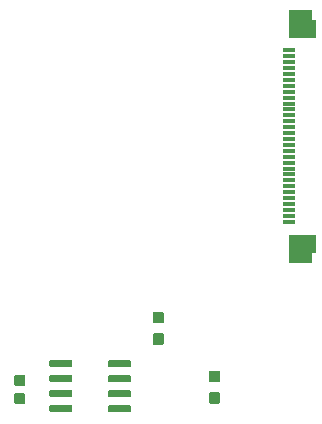
<source format=gbr>
%TF.GenerationSoftware,KiCad,Pcbnew,(6.0.11)*%
%TF.CreationDate,2024-05-08T14:50:22+07:00*%
%TF.ProjectId,CTP_Display_CANbus_revA,4354505f-4469-4737-906c-61795f43414e,rev?*%
%TF.SameCoordinates,PX5f5e100PY5f5e100*%
%TF.FileFunction,Soldermask,Top*%
%TF.FilePolarity,Negative*%
%FSLAX46Y46*%
G04 Gerber Fmt 4.6, Leading zero omitted, Abs format (unit mm)*
G04 Created by KiCad (PCBNEW (6.0.11)) date 2024-05-08 14:50:22*
%MOMM*%
%LPD*%
G01*
G04 APERTURE LIST*
%ADD10C,0.010000*%
%ADD11R,1.100000X0.300000*%
G04 APERTURE END LIST*
G36*
X62050000Y44850000D02*
G01*
X62400000Y44850000D01*
X62400000Y43350000D01*
X60250000Y43350000D01*
X60250000Y45650000D01*
X62050000Y45650000D01*
X62050000Y44850000D01*
G37*
D10*
X62050000Y44850000D02*
X62400000Y44850000D01*
X62400000Y43350000D01*
X60250000Y43350000D01*
X60250000Y45650000D01*
X62050000Y45650000D01*
X62050000Y44850000D01*
G36*
X62400000Y25150000D02*
G01*
X62050000Y25150000D01*
X62050000Y24350000D01*
X60250000Y24350000D01*
X60250000Y26650000D01*
X62400000Y26650000D01*
X62400000Y25150000D01*
G37*
X62400000Y25150000D02*
X62050000Y25150000D01*
X62050000Y24350000D01*
X60250000Y24350000D01*
X60250000Y26650000D01*
X62400000Y26650000D01*
X62400000Y25150000D01*
D11*
X60200000Y42250000D03*
X60200000Y41750000D03*
X60200000Y41250000D03*
X60200000Y40750000D03*
X60200000Y40250000D03*
X60200000Y39750000D03*
X60200000Y39250000D03*
X60200000Y38750000D03*
X60200000Y38250000D03*
X60200000Y37750000D03*
X60200000Y37250000D03*
X60200000Y36750000D03*
X60200000Y36250000D03*
X60200000Y35750000D03*
X60200000Y35250000D03*
X60200000Y34750000D03*
X60200000Y34250000D03*
X60200000Y33750000D03*
X60200000Y33250000D03*
X60200000Y32750000D03*
X60200000Y32250000D03*
X60200000Y31750000D03*
X60200000Y31250000D03*
X60200000Y30750000D03*
X60200000Y30250000D03*
X60200000Y29750000D03*
X60200000Y29250000D03*
X60200000Y28750000D03*
X60200000Y28250000D03*
X60200000Y27750000D03*
G36*
G01*
X49530000Y17310000D02*
X48770000Y17310000D01*
G75*
G02*
X48675000Y17405000I0J95000D01*
G01*
X48675000Y18190000D01*
G75*
G02*
X48770000Y18285000I95000J0D01*
G01*
X49530000Y18285000D01*
G75*
G02*
X49625000Y18190000I0J-95000D01*
G01*
X49625000Y17405000D01*
G75*
G02*
X49530000Y17310000I-95000J0D01*
G01*
G37*
G36*
G01*
X49530000Y19135000D02*
X48770000Y19135000D01*
G75*
G02*
X48675000Y19230000I0J95000D01*
G01*
X48675000Y20015000D01*
G75*
G02*
X48770000Y20110000I95000J0D01*
G01*
X49530000Y20110000D01*
G75*
G02*
X49625000Y20015000I0J-95000D01*
G01*
X49625000Y19230000D01*
G75*
G02*
X49530000Y19135000I-95000J0D01*
G01*
G37*
G36*
G01*
X39930000Y15525000D02*
X39930000Y15945000D01*
G75*
G02*
X40020000Y16035000I90000J0D01*
G01*
X41790000Y16035000D01*
G75*
G02*
X41880000Y15945000I0J-90000D01*
G01*
X41880000Y15525000D01*
G75*
G02*
X41790000Y15435000I-90000J0D01*
G01*
X40020000Y15435000D01*
G75*
G02*
X39930000Y15525000I0J90000D01*
G01*
G37*
G36*
G01*
X39930000Y14255000D02*
X39930000Y14675000D01*
G75*
G02*
X40020000Y14765000I90000J0D01*
G01*
X41790000Y14765000D01*
G75*
G02*
X41880000Y14675000I0J-90000D01*
G01*
X41880000Y14255000D01*
G75*
G02*
X41790000Y14165000I-90000J0D01*
G01*
X40020000Y14165000D01*
G75*
G02*
X39930000Y14255000I0J90000D01*
G01*
G37*
G36*
G01*
X39930000Y12985000D02*
X39930000Y13405000D01*
G75*
G02*
X40020000Y13495000I90000J0D01*
G01*
X41790000Y13495000D01*
G75*
G02*
X41880000Y13405000I0J-90000D01*
G01*
X41880000Y12985000D01*
G75*
G02*
X41790000Y12895000I-90000J0D01*
G01*
X40020000Y12895000D01*
G75*
G02*
X39930000Y12985000I0J90000D01*
G01*
G37*
G36*
G01*
X39930000Y11715000D02*
X39930000Y12135000D01*
G75*
G02*
X40020000Y12225000I90000J0D01*
G01*
X41790000Y12225000D01*
G75*
G02*
X41880000Y12135000I0J-90000D01*
G01*
X41880000Y11715000D01*
G75*
G02*
X41790000Y11625000I-90000J0D01*
G01*
X40020000Y11625000D01*
G75*
G02*
X39930000Y11715000I0J90000D01*
G01*
G37*
G36*
G01*
X44880000Y11715000D02*
X44880000Y12135000D01*
G75*
G02*
X44970000Y12225000I90000J0D01*
G01*
X46740000Y12225000D01*
G75*
G02*
X46830000Y12135000I0J-90000D01*
G01*
X46830000Y11715000D01*
G75*
G02*
X46740000Y11625000I-90000J0D01*
G01*
X44970000Y11625000D01*
G75*
G02*
X44880000Y11715000I0J90000D01*
G01*
G37*
G36*
G01*
X44880000Y12985000D02*
X44880000Y13405000D01*
G75*
G02*
X44970000Y13495000I90000J0D01*
G01*
X46740000Y13495000D01*
G75*
G02*
X46830000Y13405000I0J-90000D01*
G01*
X46830000Y12985000D01*
G75*
G02*
X46740000Y12895000I-90000J0D01*
G01*
X44970000Y12895000D01*
G75*
G02*
X44880000Y12985000I0J90000D01*
G01*
G37*
G36*
G01*
X44880000Y14255000D02*
X44880000Y14675000D01*
G75*
G02*
X44970000Y14765000I90000J0D01*
G01*
X46740000Y14765000D01*
G75*
G02*
X46830000Y14675000I0J-90000D01*
G01*
X46830000Y14255000D01*
G75*
G02*
X46740000Y14165000I-90000J0D01*
G01*
X44970000Y14165000D01*
G75*
G02*
X44880000Y14255000I0J90000D01*
G01*
G37*
G36*
G01*
X44880000Y15525000D02*
X44880000Y15945000D01*
G75*
G02*
X44970000Y16035000I90000J0D01*
G01*
X46740000Y16035000D01*
G75*
G02*
X46830000Y15945000I0J-90000D01*
G01*
X46830000Y15525000D01*
G75*
G02*
X46740000Y15435000I-90000J0D01*
G01*
X44970000Y15435000D01*
G75*
G02*
X44880000Y15525000I0J90000D01*
G01*
G37*
G36*
G01*
X53520000Y15130000D02*
X54280000Y15130000D01*
G75*
G02*
X54375000Y15035000I0J-95000D01*
G01*
X54375000Y14250000D01*
G75*
G02*
X54280000Y14155000I-95000J0D01*
G01*
X53520000Y14155000D01*
G75*
G02*
X53425000Y14250000I0J95000D01*
G01*
X53425000Y15035000D01*
G75*
G02*
X53520000Y15130000I95000J0D01*
G01*
G37*
G36*
G01*
X53520000Y13305000D02*
X54280000Y13305000D01*
G75*
G02*
X54375000Y13210000I0J-95000D01*
G01*
X54375000Y12425000D01*
G75*
G02*
X54280000Y12330000I-95000J0D01*
G01*
X53520000Y12330000D01*
G75*
G02*
X53425000Y12425000I0J95000D01*
G01*
X53425000Y13210000D01*
G75*
G02*
X53520000Y13305000I95000J0D01*
G01*
G37*
G36*
G01*
X37805000Y12315000D02*
X37035000Y12315000D01*
G75*
G02*
X36945000Y12405000I0J90000D01*
G01*
X36945000Y13125000D01*
G75*
G02*
X37035000Y13215000I90000J0D01*
G01*
X37805000Y13215000D01*
G75*
G02*
X37895000Y13125000I0J-90000D01*
G01*
X37895000Y12405000D01*
G75*
G02*
X37805000Y12315000I-90000J0D01*
G01*
G37*
G36*
G01*
X37805000Y13865000D02*
X37035000Y13865000D01*
G75*
G02*
X36945000Y13955000I0J90000D01*
G01*
X36945000Y14675000D01*
G75*
G02*
X37035000Y14765000I90000J0D01*
G01*
X37805000Y14765000D01*
G75*
G02*
X37895000Y14675000I0J-90000D01*
G01*
X37895000Y13955000D01*
G75*
G02*
X37805000Y13865000I-90000J0D01*
G01*
G37*
M02*

</source>
